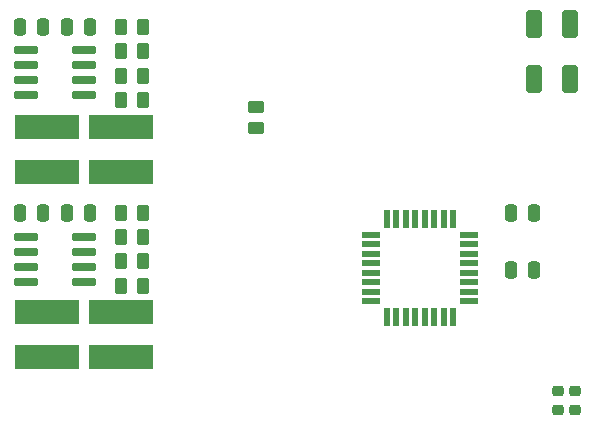
<source format=gbp>
G04 #@! TF.GenerationSoftware,KiCad,Pcbnew,6.0.9+dfsg-1*
G04 #@! TF.CreationDate,2023-01-25T21:24:40+01:00*
G04 #@! TF.ProjectId,siproslic,73697072-6f73-46c6-9963-2e6b69636164,rev?*
G04 #@! TF.SameCoordinates,Original*
G04 #@! TF.FileFunction,Paste,Bot*
G04 #@! TF.FilePolarity,Positive*
%FSLAX46Y46*%
G04 Gerber Fmt 4.6, Leading zero omitted, Abs format (unit mm)*
G04 Created by KiCad (PCBNEW 6.0.9+dfsg-1) date 2023-01-25 21:24:40*
%MOMM*%
%LPD*%
G01*
G04 APERTURE LIST*
G04 Aperture macros list*
%AMRoundRect*
0 Rectangle with rounded corners*
0 $1 Rounding radius*
0 $2 $3 $4 $5 $6 $7 $8 $9 X,Y pos of 4 corners*
0 Add a 4 corners polygon primitive as box body*
4,1,4,$2,$3,$4,$5,$6,$7,$8,$9,$2,$3,0*
0 Add four circle primitives for the rounded corners*
1,1,$1+$1,$2,$3*
1,1,$1+$1,$4,$5*
1,1,$1+$1,$6,$7*
1,1,$1+$1,$8,$9*
0 Add four rect primitives between the rounded corners*
20,1,$1+$1,$2,$3,$4,$5,0*
20,1,$1+$1,$4,$5,$6,$7,0*
20,1,$1+$1,$6,$7,$8,$9,0*
20,1,$1+$1,$8,$9,$2,$3,0*%
G04 Aperture macros list end*
%ADD10RoundRect,0.218750X0.256250X-0.218750X0.256250X0.218750X-0.256250X0.218750X-0.256250X-0.218750X0*%
%ADD11RoundRect,0.218750X-0.256250X0.218750X-0.256250X-0.218750X0.256250X-0.218750X0.256250X0.218750X0*%
%ADD12RoundRect,0.250000X0.450000X-0.262500X0.450000X0.262500X-0.450000X0.262500X-0.450000X-0.262500X0*%
%ADD13RoundRect,0.037800X0.232200X-0.742200X0.232200X0.742200X-0.232200X0.742200X-0.232200X-0.742200X0*%
%ADD14RoundRect,0.037800X0.742200X0.232200X-0.742200X0.232200X-0.742200X-0.232200X0.742200X-0.232200X0*%
%ADD15RoundRect,0.042000X0.943000X0.258000X-0.943000X0.258000X-0.943000X-0.258000X0.943000X-0.258000X0*%
%ADD16RoundRect,0.250000X-0.262500X-0.450000X0.262500X-0.450000X0.262500X0.450000X-0.262500X0.450000X0*%
%ADD17RoundRect,0.250000X-0.250000X-0.475000X0.250000X-0.475000X0.250000X0.475000X-0.250000X0.475000X0*%
%ADD18RoundRect,0.250000X0.250000X0.475000X-0.250000X0.475000X-0.250000X-0.475000X0.250000X-0.475000X0*%
%ADD19RoundRect,0.250000X0.412500X0.925000X-0.412500X0.925000X-0.412500X-0.925000X0.412500X-0.925000X0*%
%ADD20R,5.500000X2.000000*%
G04 APERTURE END LIST*
D10*
X128375000Y-183912500D03*
X128375000Y-182337500D03*
D11*
X126875000Y-182337500D03*
X126875000Y-183912500D03*
D12*
X101375000Y-160087500D03*
X101375000Y-158262500D03*
D13*
X118022500Y-167745000D03*
X117222500Y-167745000D03*
X116422500Y-167745000D03*
X115622500Y-167745000D03*
X114822500Y-167745000D03*
X114022500Y-167745000D03*
X113222500Y-167745000D03*
X112422500Y-167745000D03*
D14*
X111042500Y-169125000D03*
X111042500Y-169925000D03*
X111042500Y-170725000D03*
X111042500Y-171525000D03*
X111042500Y-172325000D03*
X111042500Y-173125000D03*
X111042500Y-173925000D03*
X111042500Y-174725000D03*
D13*
X112422500Y-176105000D03*
X113222500Y-176105000D03*
X114022500Y-176105000D03*
X114822500Y-176105000D03*
X115622500Y-176105000D03*
X116422500Y-176105000D03*
X117222500Y-176105000D03*
X118022500Y-176105000D03*
D14*
X119402500Y-174725000D03*
X119402500Y-173925000D03*
X119402500Y-173125000D03*
X119402500Y-172325000D03*
X119402500Y-171525000D03*
X119402500Y-170725000D03*
X119402500Y-169925000D03*
X119402500Y-169125000D03*
D15*
X86795000Y-169305000D03*
X86795000Y-170575000D03*
X86795000Y-171845000D03*
X86795000Y-173115000D03*
X81855000Y-173115000D03*
X81855000Y-171845000D03*
X81855000Y-170575000D03*
X81855000Y-169305000D03*
X86795000Y-153420000D03*
X86795000Y-154690000D03*
X86795000Y-155960000D03*
X86795000Y-157230000D03*
X81855000Y-157230000D03*
X81855000Y-155960000D03*
X81855000Y-154690000D03*
X81855000Y-153420000D03*
D16*
X91737500Y-171360000D03*
X89912500Y-171360000D03*
X91750000Y-167260000D03*
X89925000Y-167260000D03*
X91750000Y-151475000D03*
X89925000Y-151475000D03*
D17*
X83275000Y-167260000D03*
X81375000Y-167260000D03*
D16*
X89912500Y-155625000D03*
X91737500Y-155625000D03*
X91737500Y-153525000D03*
X89912500Y-153525000D03*
D17*
X87275000Y-151475000D03*
X85375000Y-151475000D03*
D18*
X124875000Y-172125000D03*
X122975000Y-172125000D03*
D16*
X89912500Y-157725000D03*
X91737500Y-157725000D03*
D19*
X127962500Y-155925000D03*
X124887500Y-155925000D03*
D20*
X89875000Y-159945000D03*
X89875000Y-163805000D03*
D16*
X91737500Y-173410000D03*
X89912500Y-173410000D03*
D17*
X87275000Y-167260000D03*
X85375000Y-167260000D03*
X83275000Y-151475000D03*
X81375000Y-151475000D03*
D18*
X124875000Y-167225000D03*
X122975000Y-167225000D03*
D20*
X83625000Y-159945000D03*
X83625000Y-163805000D03*
X89875000Y-175630000D03*
X89875000Y-179490000D03*
D19*
X127962500Y-151225000D03*
X124887500Y-151225000D03*
D16*
X91750000Y-169310000D03*
X89925000Y-169310000D03*
D20*
X83625000Y-179490000D03*
X83625000Y-175630000D03*
M02*

</source>
